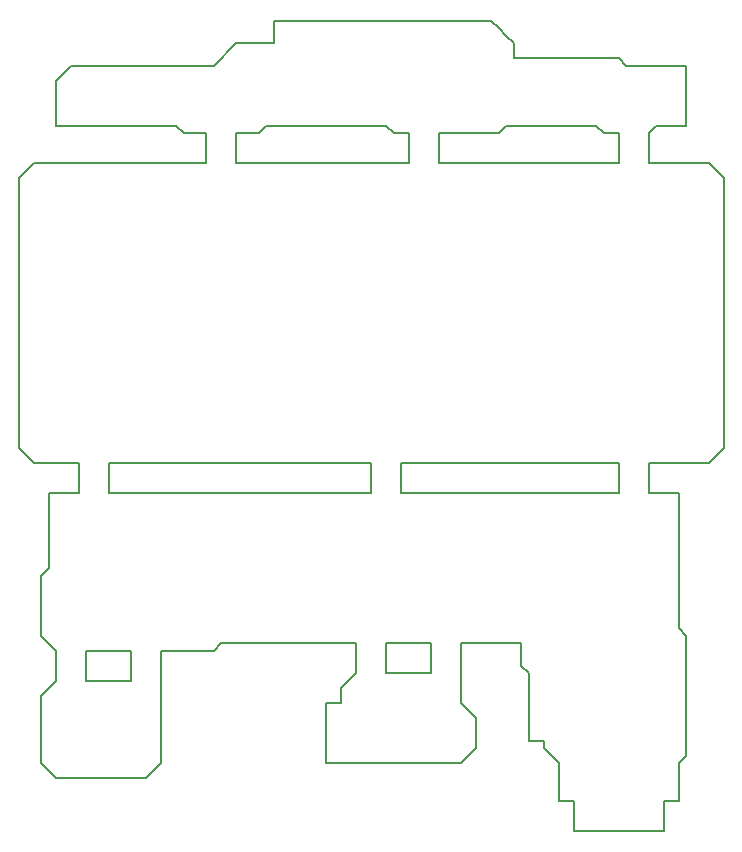
<source format=gbr>
G04 #@! TF.FileFunction,Profile,NP*
%FSLAX46Y46*%
G04 Gerber Fmt 4.6, Leading zero omitted, Abs format (unit mm)*
G04 Created by KiCad (PCBNEW 4.0.7-e2-6376~58~ubuntu16.04.1) date Sun Dec  9 15:38:39 2018*
%MOMM*%
%LPD*%
G01*
G04 APERTURE LIST*
%ADD10C,0.100000*%
%ADD11C,0.150000*%
G04 APERTURE END LIST*
D10*
D11*
X168275000Y-141605000D02*
X172720000Y-141605000D01*
X165100000Y-141605000D02*
X165735000Y-141605000D01*
X168275000Y-139065000D02*
X168275000Y-141605000D01*
X150495000Y-141605000D02*
X165100000Y-141605000D01*
X150495000Y-139065000D02*
X153035000Y-139065000D01*
X146685000Y-139065000D02*
X147955000Y-139065000D01*
X147320000Y-141605000D02*
X147955000Y-141605000D01*
X130810000Y-141605000D02*
X127635000Y-141605000D01*
X133350000Y-141605000D02*
X141605000Y-141605000D01*
X133350000Y-139065000D02*
X133350000Y-141605000D01*
X173355000Y-141605000D02*
X172720000Y-141605000D01*
X174625000Y-142875000D02*
X173355000Y-141605000D01*
X174625000Y-165735000D02*
X174625000Y-142875000D01*
X173355000Y-167005000D02*
X174625000Y-165735000D01*
X172720000Y-167005000D02*
X173355000Y-167005000D01*
X130810000Y-139065000D02*
X130810000Y-141605000D01*
X133350000Y-139065000D02*
X135255000Y-139065000D01*
X127635000Y-141605000D02*
X124460000Y-141605000D01*
X128905000Y-139065000D02*
X130810000Y-139065000D01*
X150495000Y-139065000D02*
X150495000Y-141605000D01*
X147320000Y-141605000D02*
X141605000Y-141605000D01*
X147955000Y-139065000D02*
X147955000Y-141605000D01*
X146050000Y-138430000D02*
X144780000Y-138430000D01*
X146685000Y-139065000D02*
X146050000Y-138430000D01*
X153035000Y-139065000D02*
X154940000Y-139065000D01*
X154940000Y-139065000D02*
X155575000Y-139065000D01*
X156210000Y-138430000D02*
X155575000Y-139065000D01*
X163830000Y-138430000D02*
X156210000Y-138430000D01*
X164465000Y-139065000D02*
X163830000Y-138430000D01*
X165735000Y-139065000D02*
X164465000Y-139065000D01*
X165735000Y-139065000D02*
X165735000Y-141605000D01*
X168910000Y-138430000D02*
X171450000Y-138430000D01*
X168275000Y-139065000D02*
X168910000Y-138430000D01*
X135890000Y-138430000D02*
X144780000Y-138430000D01*
X135255000Y-139065000D02*
X135890000Y-138430000D01*
X128270000Y-138430000D02*
X128905000Y-139065000D01*
X118110000Y-138430000D02*
X128270000Y-138430000D01*
X118110000Y-138430000D02*
X118110000Y-137795000D01*
X136525000Y-129540000D02*
X136525000Y-130175000D01*
X137160000Y-129540000D02*
X136525000Y-129540000D01*
X131445000Y-133350000D02*
X130810000Y-133350000D01*
X133350000Y-131445000D02*
X131445000Y-133350000D01*
X136525000Y-131445000D02*
X133350000Y-131445000D01*
X136525000Y-130175000D02*
X136525000Y-131445000D01*
X137795000Y-129540000D02*
X137160000Y-129540000D01*
X154940000Y-129540000D02*
X137795000Y-129540000D01*
X155575000Y-130175000D02*
X154940000Y-129540000D01*
X156845000Y-132715000D02*
X161290000Y-132715000D01*
X156845000Y-131445000D02*
X156845000Y-132715000D01*
X156210000Y-130810000D02*
X156845000Y-131445000D01*
X155575000Y-130175000D02*
X156210000Y-130810000D01*
X114935000Y-165100000D02*
X114935000Y-163830000D01*
X114935000Y-158750000D02*
X114935000Y-156845000D01*
X114935000Y-163195000D02*
X114935000Y-161290000D01*
X120650000Y-185420000D02*
X124460000Y-185420000D01*
X124460000Y-182880000D02*
X120650000Y-182880000D01*
X124460000Y-185420000D02*
X124460000Y-182880000D01*
X127000000Y-182880000D02*
X131445000Y-182880000D01*
X127000000Y-185420000D02*
X127000000Y-182880000D01*
X120650000Y-185420000D02*
X120650000Y-182880000D01*
X118110000Y-185420000D02*
X118110000Y-182880000D01*
X146050000Y-192405000D02*
X144145000Y-192405000D01*
X148590000Y-192405000D02*
X150495000Y-192405000D01*
X149860000Y-182245000D02*
X146050000Y-182245000D01*
X149860000Y-184785000D02*
X149860000Y-182245000D01*
X149860000Y-184785000D02*
X148590000Y-184785000D01*
X152400000Y-182245000D02*
X157480000Y-182245000D01*
X152400000Y-184785000D02*
X152400000Y-182245000D01*
X146050000Y-184785000D02*
X148590000Y-184785000D01*
X146050000Y-182245000D02*
X146050000Y-184785000D01*
X143510000Y-182245000D02*
X132080000Y-182245000D01*
X143510000Y-184785000D02*
X143510000Y-182245000D01*
X168275000Y-167005000D02*
X172720000Y-167005000D01*
X147320000Y-167005000D02*
X165735000Y-167005000D01*
X122555000Y-167005000D02*
X144780000Y-167005000D01*
X120015000Y-167005000D02*
X116205000Y-167005000D01*
X165735000Y-169545000D02*
X162560000Y-169545000D01*
X165735000Y-167005000D02*
X165735000Y-169545000D01*
X168275000Y-169545000D02*
X168275000Y-167005000D01*
X170815000Y-169545000D02*
X168275000Y-169545000D01*
X147320000Y-169545000D02*
X162560000Y-169545000D01*
X147320000Y-167005000D02*
X147320000Y-169545000D01*
X144780000Y-169545000D02*
X144780000Y-167005000D01*
X122555000Y-169545000D02*
X144780000Y-169545000D01*
X122555000Y-167005000D02*
X122555000Y-169545000D01*
X120015000Y-169545000D02*
X120015000Y-167005000D01*
X117475000Y-169545000D02*
X120015000Y-169545000D01*
X140970000Y-187960000D02*
X140970000Y-190500000D01*
X114935000Y-142875000D02*
X115570000Y-142240000D01*
X114935000Y-144780000D02*
X114935000Y-142875000D01*
X118110000Y-134620000D02*
X118745000Y-133985000D01*
X118110000Y-136525000D02*
X118110000Y-134620000D01*
X157480000Y-184150000D02*
X157480000Y-182245000D01*
X158115000Y-184785000D02*
X157480000Y-184150000D01*
X158115000Y-190500000D02*
X158115000Y-184785000D01*
X159385000Y-190500000D02*
X158115000Y-190500000D01*
X159385000Y-191135000D02*
X159385000Y-190500000D01*
X160655000Y-192405000D02*
X159385000Y-191135000D01*
X160655000Y-195580000D02*
X160655000Y-192405000D01*
X161925000Y-195580000D02*
X160655000Y-195580000D01*
X161925000Y-198120000D02*
X161925000Y-195580000D01*
X169545000Y-198120000D02*
X161925000Y-198120000D01*
X169545000Y-195580000D02*
X169545000Y-198120000D01*
X170815000Y-195580000D02*
X169545000Y-195580000D01*
X170815000Y-192405000D02*
X170815000Y-195580000D01*
X171450000Y-191770000D02*
X170815000Y-192405000D01*
X171450000Y-181610000D02*
X171450000Y-191770000D01*
X170815000Y-180975000D02*
X171450000Y-181610000D01*
X170815000Y-169545000D02*
X170815000Y-180975000D01*
X117475000Y-175895000D02*
X117475000Y-169545000D01*
X116840000Y-176530000D02*
X117475000Y-175895000D01*
X116840000Y-177800000D02*
X116840000Y-176530000D01*
X131445000Y-182880000D02*
X132080000Y-182245000D01*
X116840000Y-181610000D02*
X116840000Y-177800000D01*
X118110000Y-182880000D02*
X116840000Y-181610000D01*
X114935000Y-161290000D02*
X114935000Y-158750000D01*
X114935000Y-156845000D02*
X114935000Y-155575000D01*
X148590000Y-192405000D02*
X146050000Y-192405000D01*
X144145000Y-192405000D02*
X142875000Y-192405000D01*
X140970000Y-190500000D02*
X140970000Y-192405000D01*
X114935000Y-145415000D02*
X114935000Y-144780000D01*
X115570000Y-142240000D02*
X116205000Y-141605000D01*
X118110000Y-136525000D02*
X118110000Y-137160000D01*
X119380000Y-133350000D02*
X118745000Y-133985000D01*
X114935000Y-145415000D02*
X114935000Y-146050000D01*
X118110000Y-137160000D02*
X118110000Y-137795000D01*
X154305000Y-141605000D02*
X151765000Y-141605000D01*
X124460000Y-141605000D02*
X121920000Y-141605000D01*
X152400000Y-192405000D02*
X150495000Y-192405000D01*
X140970000Y-192405000D02*
X141605000Y-192405000D01*
X140970000Y-187325000D02*
X140970000Y-187960000D01*
X116205000Y-141605000D02*
X121920000Y-141605000D01*
X116840000Y-186690000D02*
X118110000Y-185420000D01*
X153670000Y-191135000D02*
X153670000Y-188595000D01*
X152400000Y-192405000D02*
X153670000Y-191135000D01*
X171450000Y-133350000D02*
X171450000Y-138430000D01*
X166370000Y-133350000D02*
X171450000Y-133350000D01*
X165735000Y-132715000D02*
X166370000Y-133350000D01*
X165100000Y-132715000D02*
X165735000Y-132715000D01*
X161290000Y-132715000D02*
X165100000Y-132715000D01*
X119380000Y-133350000D02*
X130810000Y-133350000D01*
X114935000Y-163830000D02*
X114935000Y-163195000D01*
X114935000Y-155575000D02*
X114935000Y-146050000D01*
X114935000Y-165100000D02*
X114935000Y-165735000D01*
X114935000Y-165735000D02*
X116205000Y-167005000D01*
X142240000Y-186055000D02*
X142240000Y-187325000D01*
X142240000Y-186055000D02*
X143510000Y-184785000D01*
X142875000Y-192405000D02*
X141605000Y-192405000D01*
X140970000Y-187325000D02*
X142240000Y-187325000D01*
X152400000Y-187325000D02*
X152400000Y-184785000D01*
X153670000Y-188595000D02*
X152400000Y-187325000D01*
X127000000Y-186690000D02*
X127000000Y-185420000D01*
X127000000Y-192405000D02*
X127000000Y-186690000D01*
X125730000Y-193675000D02*
X127000000Y-192405000D01*
X118110000Y-193675000D02*
X125730000Y-193675000D01*
X116840000Y-192405000D02*
X118110000Y-193675000D01*
X116840000Y-186690000D02*
X116840000Y-192405000D01*
M02*

</source>
